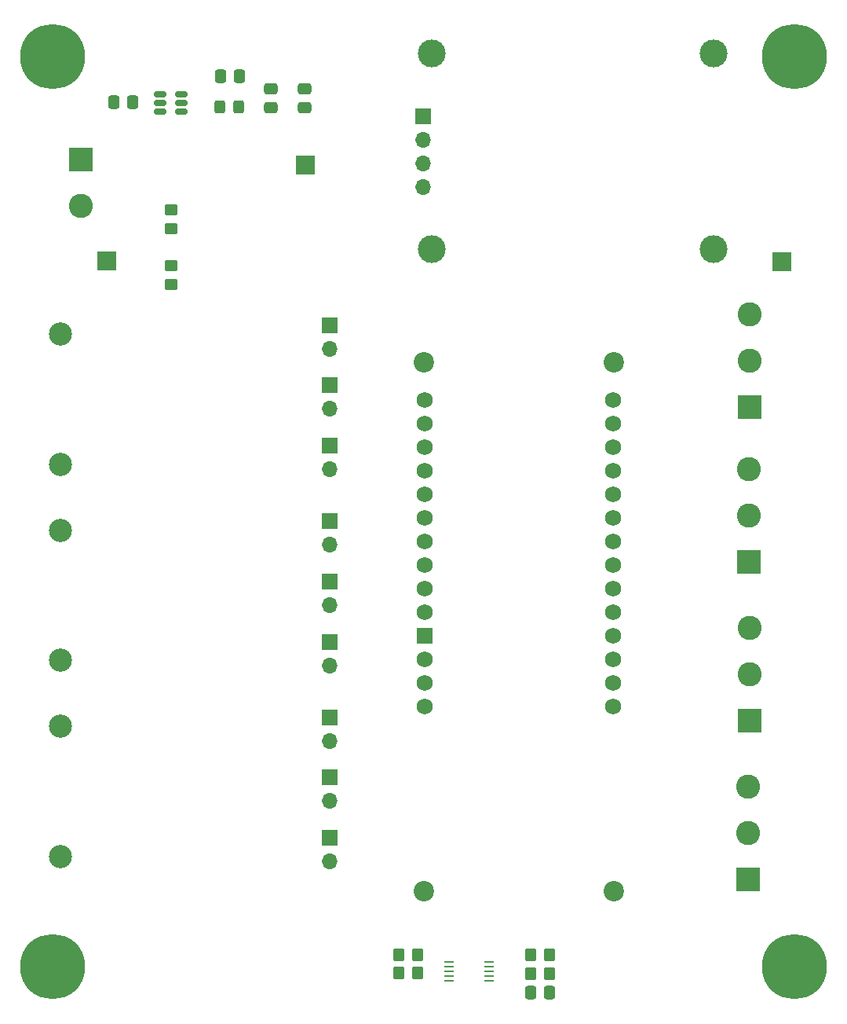
<source format=gts>
G04 #@! TF.GenerationSoftware,KiCad,Pcbnew,7.0.2*
G04 #@! TF.CreationDate,2023-05-19T11:13:35+02:00*
G04 #@! TF.ProjectId,baseboard,62617365-626f-4617-9264-2e6b69636164,rev?*
G04 #@! TF.SameCoordinates,Original*
G04 #@! TF.FileFunction,Soldermask,Top*
G04 #@! TF.FilePolarity,Negative*
%FSLAX46Y46*%
G04 Gerber Fmt 4.6, Leading zero omitted, Abs format (unit mm)*
G04 Created by KiCad (PCBNEW 7.0.2) date 2023-05-19 11:13:35*
%MOMM*%
%LPD*%
G01*
G04 APERTURE LIST*
G04 Aperture macros list*
%AMRoundRect*
0 Rectangle with rounded corners*
0 $1 Rounding radius*
0 $2 $3 $4 $5 $6 $7 $8 $9 X,Y pos of 4 corners*
0 Add a 4 corners polygon primitive as box body*
4,1,4,$2,$3,$4,$5,$6,$7,$8,$9,$2,$3,0*
0 Add four circle primitives for the rounded corners*
1,1,$1+$1,$2,$3*
1,1,$1+$1,$4,$5*
1,1,$1+$1,$6,$7*
1,1,$1+$1,$8,$9*
0 Add four rect primitives between the rounded corners*
20,1,$1+$1,$2,$3,$4,$5,0*
20,1,$1+$1,$4,$5,$6,$7,0*
20,1,$1+$1,$6,$7,$8,$9,0*
20,1,$1+$1,$8,$9,$2,$3,0*%
G04 Aperture macros list end*
%ADD10C,7.000000*%
%ADD11R,1.100000X0.250000*%
%ADD12RoundRect,0.250000X0.350000X0.450000X-0.350000X0.450000X-0.350000X-0.450000X0.350000X-0.450000X0*%
%ADD13R,2.600000X2.600000*%
%ADD14C,2.600000*%
%ADD15RoundRect,0.250000X-0.450000X0.350000X-0.450000X-0.350000X0.450000X-0.350000X0.450000X0.350000X0*%
%ADD16C,2.500000*%
%ADD17O,1.700000X1.700000*%
%ADD18R,1.700000X1.700000*%
%ADD19RoundRect,0.250000X-0.337500X-0.475000X0.337500X-0.475000X0.337500X0.475000X-0.337500X0.475000X0*%
%ADD20R,2.000000X2.000000*%
%ADD21RoundRect,0.250000X-0.325000X-0.450000X0.325000X-0.450000X0.325000X0.450000X-0.325000X0.450000X0*%
%ADD22RoundRect,0.250000X0.475000X-0.337500X0.475000X0.337500X-0.475000X0.337500X-0.475000X-0.337500X0*%
%ADD23RoundRect,0.250000X-0.350000X-0.450000X0.350000X-0.450000X0.350000X0.450000X-0.350000X0.450000X0*%
%ADD24C,3.000000*%
%ADD25C,2.200000*%
%ADD26C,1.727200*%
%ADD27R,1.727200X1.727200*%
%ADD28RoundRect,0.150000X-0.512500X-0.150000X0.512500X-0.150000X0.512500X0.150000X-0.512500X0.150000X0*%
%ADD29RoundRect,0.250000X0.337500X0.475000X-0.337500X0.475000X-0.337500X-0.475000X0.337500X-0.475000X0*%
G04 APERTURE END LIST*
D10*
X30000000Y-153000000D03*
X110000000Y-55000000D03*
D11*
X72789000Y-152543000D03*
X72789000Y-153043000D03*
X72789000Y-153543000D03*
X72789000Y-154043000D03*
X72789000Y-154543000D03*
X77089000Y-154543000D03*
X77089000Y-154043000D03*
X77089000Y-153543000D03*
X77089000Y-153043000D03*
X77089000Y-152543000D03*
D12*
X83559000Y-153813000D03*
X81559000Y-153813000D03*
D13*
X105029000Y-143604000D03*
D14*
X105029000Y-138604000D03*
X105029000Y-133604000D03*
D13*
X105207000Y-92757000D03*
D14*
X105207000Y-87757000D03*
X105207000Y-82757000D03*
D15*
X42750000Y-77500000D03*
X42750000Y-79500000D03*
D16*
X30850000Y-120025000D03*
X30850000Y-106025000D03*
D17*
X59850000Y-120565000D03*
D18*
X59850000Y-118025000D03*
D17*
X59850000Y-114065000D03*
D18*
X59850000Y-111525000D03*
D17*
X59850000Y-107565000D03*
D18*
X59850000Y-105025000D03*
D19*
X48087500Y-57050000D03*
X50162500Y-57050000D03*
D10*
X30000000Y-55000000D03*
D13*
X105207000Y-126539000D03*
D14*
X105207000Y-121539000D03*
X105207000Y-116539000D03*
D20*
X35875000Y-76975000D03*
D13*
X33020000Y-66040000D03*
D14*
X33020000Y-71040000D03*
D21*
X48050000Y-60375000D03*
X50100000Y-60375000D03*
D12*
X69335000Y-151781000D03*
X67335000Y-151781000D03*
D22*
X57175000Y-60512500D03*
X57175000Y-58437500D03*
D13*
X105080000Y-109394000D03*
D14*
X105080000Y-104394000D03*
X105080000Y-99394000D03*
D16*
X30875000Y-141150000D03*
X30875000Y-127150000D03*
D17*
X59875000Y-141690000D03*
D18*
X59875000Y-139150000D03*
D17*
X59875000Y-135190000D03*
D18*
X59875000Y-132650000D03*
D17*
X59875000Y-128690000D03*
D18*
X59875000Y-126150000D03*
D15*
X42750000Y-71500000D03*
X42750000Y-73500000D03*
D23*
X67335000Y-153720800D03*
X69335000Y-153720800D03*
D20*
X57250000Y-66675000D03*
D19*
X36562500Y-59900000D03*
X38637500Y-59900000D03*
D10*
X110000000Y-153000000D03*
D24*
X70902000Y-54655000D03*
X70902000Y-75675000D03*
X101322000Y-54655000D03*
X101322000Y-75675000D03*
D18*
X69983000Y-61431200D03*
D17*
X69983000Y-63971200D03*
X69983000Y-66511200D03*
X69983000Y-69051200D03*
D16*
X30850000Y-98900000D03*
X30850000Y-84900000D03*
D17*
X59850000Y-99440000D03*
D18*
X59850000Y-96900000D03*
D17*
X59850000Y-92940000D03*
D18*
X59850000Y-90400000D03*
D17*
X59850000Y-86440000D03*
D18*
X59850000Y-83900000D03*
D25*
X70014000Y-144871000D03*
X90514000Y-144871000D03*
X70014000Y-87871000D03*
X90514000Y-87871000D03*
D26*
X70104000Y-119906200D03*
X70104000Y-124986200D03*
X90424000Y-122446200D03*
X90424000Y-119906200D03*
X90424000Y-117366200D03*
X90424000Y-114826200D03*
X90424000Y-112286200D03*
X90424000Y-109746200D03*
X90424000Y-107206200D03*
X90424000Y-124986200D03*
X90424000Y-104666200D03*
X90424000Y-102126200D03*
X90424000Y-99586200D03*
X90424000Y-97046200D03*
X90424000Y-94506200D03*
X90424000Y-91966200D03*
X70104000Y-91966200D03*
X70104000Y-94506200D03*
X70104000Y-97046200D03*
X70104000Y-99586200D03*
X70104000Y-102126200D03*
X70104000Y-104666200D03*
X70104000Y-107206200D03*
X70104000Y-109746200D03*
X70104000Y-112286200D03*
D27*
X70104000Y-117366200D03*
D26*
X70104000Y-114826200D03*
X70104000Y-122446200D03*
D22*
X53550000Y-60512500D03*
X53550000Y-58437500D03*
D28*
X41625000Y-59000000D03*
X41625000Y-59950000D03*
X41625000Y-60900000D03*
X43900000Y-60900000D03*
X43900000Y-59950000D03*
X43900000Y-59000000D03*
D20*
X108650000Y-77075000D03*
D29*
X83596500Y-155845000D03*
X81521500Y-155845000D03*
D12*
X83559000Y-151781000D03*
X81559000Y-151781000D03*
M02*

</source>
